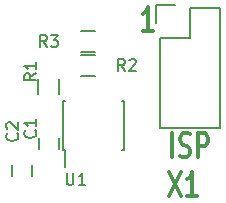
<source format=gto>
G04 #@! TF.FileFunction,Legend,Top*
%FSLAX46Y46*%
G04 Gerber Fmt 4.6, Leading zero omitted, Abs format (unit mm)*
G04 Created by KiCad (PCBNEW 4.0.1-stable) date 2/13/2016 8:52:59 PM*
%MOMM*%
G01*
G04 APERTURE LIST*
%ADD10C,0.150000*%
%ADD11C,0.304800*%
G04 APERTURE END LIST*
D10*
D11*
X13135429Y-3459238D02*
X12264572Y-3459238D01*
X12700000Y-3459238D02*
X12700000Y-1427238D01*
X12554857Y-1717524D01*
X12409715Y-1911048D01*
X12264572Y-2007810D01*
X14514285Y-15397238D02*
X15530285Y-17429238D01*
X15530285Y-15397238D02*
X14514285Y-17429238D01*
X16909143Y-17429238D02*
X16038286Y-17429238D01*
X16473714Y-17429238D02*
X16473714Y-15397238D01*
X16328571Y-15687524D01*
X16183429Y-15881048D01*
X16038286Y-15977810D01*
X14768286Y-14127238D02*
X14768286Y-12095238D01*
X15421429Y-14030476D02*
X15639143Y-14127238D01*
X16002000Y-14127238D01*
X16147143Y-14030476D01*
X16219714Y-13933714D01*
X16292286Y-13740190D01*
X16292286Y-13546667D01*
X16219714Y-13353143D01*
X16147143Y-13256381D01*
X16002000Y-13159619D01*
X15711714Y-13062857D01*
X15566572Y-12966095D01*
X15494000Y-12869333D01*
X15421429Y-12675810D01*
X15421429Y-12482286D01*
X15494000Y-12288762D01*
X15566572Y-12192000D01*
X15711714Y-12095238D01*
X16074572Y-12095238D01*
X16292286Y-12192000D01*
X16945429Y-14127238D02*
X16945429Y-12095238D01*
X17526001Y-12095238D01*
X17671143Y-12192000D01*
X17743715Y-12288762D01*
X17816286Y-12482286D01*
X17816286Y-12772571D01*
X17743715Y-12966095D01*
X17671143Y-13062857D01*
X17526001Y-13159619D01*
X16945429Y-13159619D01*
D10*
X5168000Y-13454000D02*
X5168000Y-12454000D01*
X3468000Y-12454000D02*
X3468000Y-13454000D01*
X3443000Y-8728000D02*
X3443000Y-7528000D01*
X5193000Y-7528000D02*
X5193000Y-8728000D01*
X8220000Y-7225000D02*
X7020000Y-7225000D01*
X7020000Y-5475000D02*
X8220000Y-5475000D01*
X8220000Y-5193000D02*
X7020000Y-5193000D01*
X7020000Y-3443000D02*
X8220000Y-3443000D01*
X5553000Y-13505000D02*
X5698000Y-13505000D01*
X5553000Y-9355000D02*
X5698000Y-9355000D01*
X10703000Y-9355000D02*
X10558000Y-9355000D01*
X10703000Y-13505000D02*
X10558000Y-13505000D01*
X5553000Y-13505000D02*
X5553000Y-9355000D01*
X10703000Y-13505000D02*
X10703000Y-9355000D01*
X5698000Y-13505000D02*
X5698000Y-14905000D01*
X13716000Y-4064000D02*
X13716000Y-11684000D01*
X13716000Y-11684000D02*
X18796000Y-11684000D01*
X18796000Y-11684000D02*
X18796000Y-1524000D01*
X18796000Y-1524000D02*
X16256000Y-1524000D01*
X14986000Y-1244000D02*
X13436000Y-1244000D01*
X16256000Y-1524000D02*
X16256000Y-4064000D01*
X16256000Y-4064000D02*
X13716000Y-4064000D01*
X13436000Y-1244000D02*
X13436000Y-2794000D01*
X2882000Y-15740000D02*
X2882000Y-14740000D01*
X1182000Y-14740000D02*
X1182000Y-15740000D01*
X3151143Y-11850666D02*
X3198762Y-11898285D01*
X3246381Y-12041142D01*
X3246381Y-12136380D01*
X3198762Y-12279238D01*
X3103524Y-12374476D01*
X3008286Y-12422095D01*
X2817810Y-12469714D01*
X2674952Y-12469714D01*
X2484476Y-12422095D01*
X2389238Y-12374476D01*
X2294000Y-12279238D01*
X2246381Y-12136380D01*
X2246381Y-12041142D01*
X2294000Y-11898285D01*
X2341619Y-11850666D01*
X3246381Y-10898285D02*
X3246381Y-11469714D01*
X3246381Y-11184000D02*
X2246381Y-11184000D01*
X2389238Y-11279238D01*
X2484476Y-11374476D01*
X2532095Y-11469714D01*
X3246381Y-7024666D02*
X2770190Y-7358000D01*
X3246381Y-7596095D02*
X2246381Y-7596095D01*
X2246381Y-7215142D01*
X2294000Y-7119904D01*
X2341619Y-7072285D01*
X2436857Y-7024666D01*
X2579714Y-7024666D01*
X2674952Y-7072285D01*
X2722571Y-7119904D01*
X2770190Y-7215142D01*
X2770190Y-7596095D01*
X3246381Y-6072285D02*
X3246381Y-6643714D01*
X3246381Y-6358000D02*
X2246381Y-6358000D01*
X2389238Y-6453238D01*
X2484476Y-6548476D01*
X2532095Y-6643714D01*
X10755334Y-6802381D02*
X10422000Y-6326190D01*
X10183905Y-6802381D02*
X10183905Y-5802381D01*
X10564858Y-5802381D01*
X10660096Y-5850000D01*
X10707715Y-5897619D01*
X10755334Y-5992857D01*
X10755334Y-6135714D01*
X10707715Y-6230952D01*
X10660096Y-6278571D01*
X10564858Y-6326190D01*
X10183905Y-6326190D01*
X11136286Y-5897619D02*
X11183905Y-5850000D01*
X11279143Y-5802381D01*
X11517239Y-5802381D01*
X11612477Y-5850000D01*
X11660096Y-5897619D01*
X11707715Y-5992857D01*
X11707715Y-6088095D01*
X11660096Y-6230952D01*
X11088667Y-6802381D01*
X11707715Y-6802381D01*
X4151334Y-4770381D02*
X3818000Y-4294190D01*
X3579905Y-4770381D02*
X3579905Y-3770381D01*
X3960858Y-3770381D01*
X4056096Y-3818000D01*
X4103715Y-3865619D01*
X4151334Y-3960857D01*
X4151334Y-4103714D01*
X4103715Y-4198952D01*
X4056096Y-4246571D01*
X3960858Y-4294190D01*
X3579905Y-4294190D01*
X4484667Y-3770381D02*
X5103715Y-3770381D01*
X4770381Y-4151333D01*
X4913239Y-4151333D01*
X5008477Y-4198952D01*
X5056096Y-4246571D01*
X5103715Y-4341810D01*
X5103715Y-4579905D01*
X5056096Y-4675143D01*
X5008477Y-4722762D01*
X4913239Y-4770381D01*
X4627524Y-4770381D01*
X4532286Y-4722762D01*
X4484667Y-4675143D01*
X5842095Y-15454381D02*
X5842095Y-16263905D01*
X5889714Y-16359143D01*
X5937333Y-16406762D01*
X6032571Y-16454381D01*
X6223048Y-16454381D01*
X6318286Y-16406762D01*
X6365905Y-16359143D01*
X6413524Y-16263905D01*
X6413524Y-15454381D01*
X7413524Y-16454381D02*
X6842095Y-16454381D01*
X7127809Y-16454381D02*
X7127809Y-15454381D01*
X7032571Y-15597238D01*
X6937333Y-15692476D01*
X6842095Y-15740095D01*
X1627143Y-12104666D02*
X1674762Y-12152285D01*
X1722381Y-12295142D01*
X1722381Y-12390380D01*
X1674762Y-12533238D01*
X1579524Y-12628476D01*
X1484286Y-12676095D01*
X1293810Y-12723714D01*
X1150952Y-12723714D01*
X960476Y-12676095D01*
X865238Y-12628476D01*
X770000Y-12533238D01*
X722381Y-12390380D01*
X722381Y-12295142D01*
X770000Y-12152285D01*
X817619Y-12104666D01*
X817619Y-11723714D02*
X770000Y-11676095D01*
X722381Y-11580857D01*
X722381Y-11342761D01*
X770000Y-11247523D01*
X817619Y-11199904D01*
X912857Y-11152285D01*
X1008095Y-11152285D01*
X1150952Y-11199904D01*
X1722381Y-11771333D01*
X1722381Y-11152285D01*
M02*

</source>
